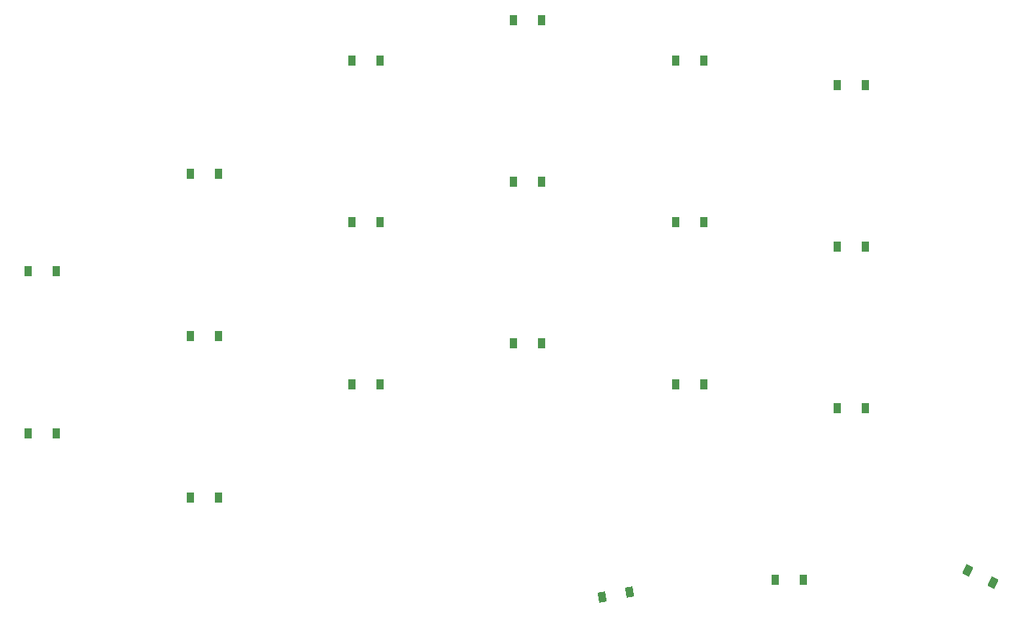
<source format=gbr>
%TF.GenerationSoftware,KiCad,Pcbnew,(7.0.0-0)*%
%TF.CreationDate,2023-06-05T18:59:04+10:00*%
%TF.ProjectId,trone,74726f6e-652e-46b6-9963-61645f706362,v1.0.0*%
%TF.SameCoordinates,Original*%
%TF.FileFunction,Paste,Bot*%
%TF.FilePolarity,Positive*%
%FSLAX46Y46*%
G04 Gerber Fmt 4.6, Leading zero omitted, Abs format (unit mm)*
G04 Created by KiCad (PCBNEW (7.0.0-0)) date 2023-06-05 18:59:04*
%MOMM*%
%LPD*%
G01*
G04 APERTURE LIST*
G04 Aperture macros list*
%AMRotRect*
0 Rectangle, with rotation*
0 The origin of the aperture is its center*
0 $1 length*
0 $2 width*
0 $3 Rotation angle, in degrees counterclockwise*
0 Add horizontal line*
21,1,$1,$2,0,0,$3*%
G04 Aperture macros list end*
%ADD10RotRect,0.900000X1.200000X10.000000*%
%ADD11R,0.900000X1.200000*%
%ADD12RotRect,0.900000X1.200000X335.000000*%
G04 APERTURE END LIST*
D10*
%TO.C,D18*%
X215718307Y-175210557D03*
X218968173Y-174637519D03*
%TD*%
D11*
%TO.C,D15*%
X243349999Y-153092499D03*
X246649999Y-153092499D03*
%TD*%
%TO.C,D16*%
X243349999Y-134092499D03*
X246649999Y-134092499D03*
%TD*%
%TO.C,D4*%
X167349999Y-144569999D03*
X170649999Y-144569999D03*
%TD*%
%TO.C,D7*%
X186349999Y-131234999D03*
X189649999Y-131234999D03*
%TD*%
%TO.C,D5*%
X167349999Y-125569999D03*
X170649999Y-125569999D03*
%TD*%
%TO.C,D6*%
X186349999Y-150234999D03*
X189649999Y-150234999D03*
%TD*%
%TO.C,D8*%
X186349999Y-112234999D03*
X189649999Y-112234999D03*
%TD*%
%TO.C,D3*%
X167349999Y-163569999D03*
X170649999Y-163569999D03*
%TD*%
D12*
%TO.C,D20*%
X258673546Y-172103233D03*
X261664362Y-173497873D03*
%TD*%
D11*
%TO.C,D10*%
X205349999Y-126472499D03*
X208649999Y-126472499D03*
%TD*%
%TO.C,D11*%
X205349999Y-107472499D03*
X208649999Y-107472499D03*
%TD*%
%TO.C,D9*%
X205349999Y-145472499D03*
X208649999Y-145472499D03*
%TD*%
%TO.C,D17*%
X243349999Y-115092499D03*
X246649999Y-115092499D03*
%TD*%
%TO.C,D14*%
X224349999Y-112234999D03*
X227649999Y-112234999D03*
%TD*%
%TO.C,D19*%
X236036346Y-173200684D03*
X239336346Y-173200684D03*
%TD*%
%TO.C,D2*%
X148349999Y-136999999D03*
X151649999Y-136999999D03*
%TD*%
%TO.C,D12*%
X224349999Y-150234999D03*
X227649999Y-150234999D03*
%TD*%
%TO.C,D13*%
X224349999Y-131234999D03*
X227649999Y-131234999D03*
%TD*%
%TO.C,D1*%
X148349999Y-155999999D03*
X151649999Y-155999999D03*
%TD*%
M02*

</source>
